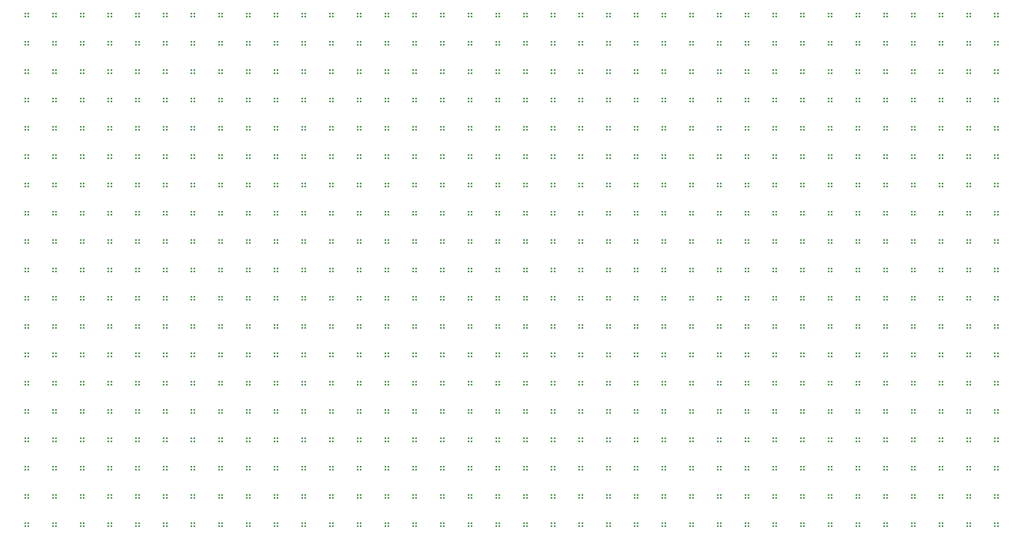
<source format=gbr>
G04 EAGLE Gerber RS-274X export*
G75*
%MOMM*%
%FSLAX34Y34*%
%LPD*%
%INSolderpaste Bottom*%
%IPPOS*%
%AMOC8*
5,1,8,0,0,1.08239X$1,22.5*%
G01*
%ADD10R,0.550000X0.550000*%


D10*
X3200250Y134750D03*
X3200250Y125250D03*
X3209750Y125250D03*
X3209750Y134750D03*
X3112250Y134750D03*
X3112250Y125250D03*
X3121750Y125250D03*
X3121750Y134750D03*
X3024250Y134750D03*
X3024250Y125250D03*
X3033750Y125250D03*
X3033750Y134750D03*
X2936250Y134750D03*
X2936250Y125250D03*
X2945750Y125250D03*
X2945750Y134750D03*
X2848250Y134750D03*
X2848250Y125250D03*
X2857750Y125250D03*
X2857750Y134750D03*
X2760250Y134750D03*
X2760250Y125250D03*
X2769750Y125250D03*
X2769750Y134750D03*
X2672250Y134750D03*
X2672250Y125250D03*
X2681750Y125250D03*
X2681750Y134750D03*
X2584250Y134750D03*
X2584250Y125250D03*
X2593750Y125250D03*
X2593750Y134750D03*
X2496250Y134750D03*
X2496250Y125250D03*
X2505750Y125250D03*
X2505750Y134750D03*
X2408250Y134750D03*
X2408250Y125250D03*
X2417750Y125250D03*
X2417750Y134750D03*
X2320250Y134750D03*
X2320250Y125250D03*
X2329750Y125250D03*
X2329750Y134750D03*
X2232250Y134750D03*
X2232250Y125250D03*
X2241750Y125250D03*
X2241750Y134750D03*
X2144250Y134750D03*
X2144250Y125250D03*
X2153750Y125250D03*
X2153750Y134750D03*
X2056250Y134750D03*
X2056250Y125250D03*
X2065750Y125250D03*
X2065750Y134750D03*
X1968250Y134750D03*
X1968250Y125250D03*
X1977750Y125250D03*
X1977750Y134750D03*
X1880250Y134750D03*
X1880250Y125250D03*
X1889750Y125250D03*
X1889750Y134750D03*
X1792250Y134750D03*
X1792250Y125250D03*
X1801750Y125250D03*
X1801750Y134750D03*
X1704250Y134750D03*
X1704250Y125250D03*
X1713750Y125250D03*
X1713750Y134750D03*
X1616250Y134750D03*
X1616250Y125250D03*
X1625750Y125250D03*
X1625750Y134750D03*
X1528250Y134750D03*
X1528250Y125250D03*
X1537750Y125250D03*
X1537750Y134750D03*
X1440250Y134750D03*
X1440250Y125250D03*
X1449750Y125250D03*
X1449750Y134750D03*
X1352250Y134750D03*
X1352250Y125250D03*
X1361750Y125250D03*
X1361750Y134750D03*
X1264250Y134750D03*
X1264250Y125250D03*
X1273750Y125250D03*
X1273750Y134750D03*
X1176250Y134750D03*
X1176250Y125250D03*
X1185750Y125250D03*
X1185750Y134750D03*
X1088250Y134750D03*
X1088250Y125250D03*
X1097750Y125250D03*
X1097750Y134750D03*
X1000250Y134750D03*
X1000250Y125250D03*
X1009750Y125250D03*
X1009750Y134750D03*
X912250Y134750D03*
X912250Y125250D03*
X921750Y125250D03*
X921750Y134750D03*
X824250Y134750D03*
X824250Y125250D03*
X833750Y125250D03*
X833750Y134750D03*
X736250Y134750D03*
X736250Y125250D03*
X745750Y125250D03*
X745750Y134750D03*
X648250Y134750D03*
X648250Y125250D03*
X657750Y125250D03*
X657750Y134750D03*
X560250Y134750D03*
X560250Y125250D03*
X569750Y125250D03*
X569750Y134750D03*
X472250Y134750D03*
X472250Y125250D03*
X481750Y125250D03*
X481750Y134750D03*
X384250Y134750D03*
X384250Y125250D03*
X393750Y125250D03*
X393750Y134750D03*
X296250Y134750D03*
X296250Y125250D03*
X305750Y125250D03*
X305750Y134750D03*
X208250Y134750D03*
X208250Y125250D03*
X217750Y125250D03*
X217750Y134750D03*
X120250Y134750D03*
X120250Y125250D03*
X129750Y125250D03*
X129750Y134750D03*
X3200250Y224750D03*
X3200250Y215250D03*
X3209750Y215250D03*
X3209750Y224750D03*
X3112250Y224750D03*
X3112250Y215250D03*
X3121750Y215250D03*
X3121750Y224750D03*
X3024250Y224750D03*
X3024250Y215250D03*
X3033750Y215250D03*
X3033750Y224750D03*
X2936250Y224750D03*
X2936250Y215250D03*
X2945750Y215250D03*
X2945750Y224750D03*
X2848250Y224750D03*
X2848250Y215250D03*
X2857750Y215250D03*
X2857750Y224750D03*
X2760250Y224750D03*
X2760250Y215250D03*
X2769750Y215250D03*
X2769750Y224750D03*
X2672250Y224750D03*
X2672250Y215250D03*
X2681750Y215250D03*
X2681750Y224750D03*
X2584250Y224750D03*
X2584250Y215250D03*
X2593750Y215250D03*
X2593750Y224750D03*
X2496250Y224750D03*
X2496250Y215250D03*
X2505750Y215250D03*
X2505750Y224750D03*
X2408250Y224750D03*
X2408250Y215250D03*
X2417750Y215250D03*
X2417750Y224750D03*
X2320250Y224750D03*
X2320250Y215250D03*
X2329750Y215250D03*
X2329750Y224750D03*
X2232250Y224750D03*
X2232250Y215250D03*
X2241750Y215250D03*
X2241750Y224750D03*
X2144250Y224750D03*
X2144250Y215250D03*
X2153750Y215250D03*
X2153750Y224750D03*
X2056250Y224750D03*
X2056250Y215250D03*
X2065750Y215250D03*
X2065750Y224750D03*
X1968250Y224750D03*
X1968250Y215250D03*
X1977750Y215250D03*
X1977750Y224750D03*
X1880250Y224750D03*
X1880250Y215250D03*
X1889750Y215250D03*
X1889750Y224750D03*
X1792250Y224750D03*
X1792250Y215250D03*
X1801750Y215250D03*
X1801750Y224750D03*
X1704250Y224750D03*
X1704250Y215250D03*
X1713750Y215250D03*
X1713750Y224750D03*
X1616250Y224750D03*
X1616250Y215250D03*
X1625750Y215250D03*
X1625750Y224750D03*
X1528250Y224750D03*
X1528250Y215250D03*
X1537750Y215250D03*
X1537750Y224750D03*
X1440250Y224750D03*
X1440250Y215250D03*
X1449750Y215250D03*
X1449750Y224750D03*
X1352250Y224750D03*
X1352250Y215250D03*
X1361750Y215250D03*
X1361750Y224750D03*
X1264250Y224750D03*
X1264250Y215250D03*
X1273750Y215250D03*
X1273750Y224750D03*
X1176250Y224750D03*
X1176250Y215250D03*
X1185750Y215250D03*
X1185750Y224750D03*
X1088250Y224750D03*
X1088250Y215250D03*
X1097750Y215250D03*
X1097750Y224750D03*
X1000250Y224750D03*
X1000250Y215250D03*
X1009750Y215250D03*
X1009750Y224750D03*
X912250Y224750D03*
X912250Y215250D03*
X921750Y215250D03*
X921750Y224750D03*
X824250Y224750D03*
X824250Y215250D03*
X833750Y215250D03*
X833750Y224750D03*
X736250Y224750D03*
X736250Y215250D03*
X745750Y215250D03*
X745750Y224750D03*
X648250Y224750D03*
X648250Y215250D03*
X657750Y215250D03*
X657750Y224750D03*
X560250Y224750D03*
X560250Y215250D03*
X569750Y215250D03*
X569750Y224750D03*
X472250Y224750D03*
X472250Y215250D03*
X481750Y215250D03*
X481750Y224750D03*
X384250Y224750D03*
X384250Y215250D03*
X393750Y215250D03*
X393750Y224750D03*
X296250Y224750D03*
X296250Y215250D03*
X305750Y215250D03*
X305750Y224750D03*
X208250Y224750D03*
X208250Y215250D03*
X217750Y215250D03*
X217750Y224750D03*
X120250Y224750D03*
X120250Y215250D03*
X129750Y215250D03*
X129750Y224750D03*
X3200250Y314750D03*
X3200250Y305250D03*
X3209750Y305250D03*
X3209750Y314750D03*
X3112250Y314750D03*
X3112250Y305250D03*
X3121750Y305250D03*
X3121750Y314750D03*
X3024250Y314750D03*
X3024250Y305250D03*
X3033750Y305250D03*
X3033750Y314750D03*
X2936250Y314750D03*
X2936250Y305250D03*
X2945750Y305250D03*
X2945750Y314750D03*
X2848250Y314750D03*
X2848250Y305250D03*
X2857750Y305250D03*
X2857750Y314750D03*
X2760250Y314750D03*
X2760250Y305250D03*
X2769750Y305250D03*
X2769750Y314750D03*
X2672250Y314750D03*
X2672250Y305250D03*
X2681750Y305250D03*
X2681750Y314750D03*
X2584250Y314750D03*
X2584250Y305250D03*
X2593750Y305250D03*
X2593750Y314750D03*
X2496250Y314750D03*
X2496250Y305250D03*
X2505750Y305250D03*
X2505750Y314750D03*
X2408250Y314750D03*
X2408250Y305250D03*
X2417750Y305250D03*
X2417750Y314750D03*
X2320250Y314750D03*
X2320250Y305250D03*
X2329750Y305250D03*
X2329750Y314750D03*
X2232250Y314750D03*
X2232250Y305250D03*
X2241750Y305250D03*
X2241750Y314750D03*
X2144250Y314750D03*
X2144250Y305250D03*
X2153750Y305250D03*
X2153750Y314750D03*
X2056250Y314750D03*
X2056250Y305250D03*
X2065750Y305250D03*
X2065750Y314750D03*
X1968250Y314750D03*
X1968250Y305250D03*
X1977750Y305250D03*
X1977750Y314750D03*
X1880250Y314750D03*
X1880250Y305250D03*
X1889750Y305250D03*
X1889750Y314750D03*
X1792250Y314750D03*
X1792250Y305250D03*
X1801750Y305250D03*
X1801750Y314750D03*
X1704250Y314750D03*
X1704250Y305250D03*
X1713750Y305250D03*
X1713750Y314750D03*
X1616250Y314750D03*
X1616250Y305250D03*
X1625750Y305250D03*
X1625750Y314750D03*
X1528250Y314750D03*
X1528250Y305250D03*
X1537750Y305250D03*
X1537750Y314750D03*
X1440250Y314750D03*
X1440250Y305250D03*
X1449750Y305250D03*
X1449750Y314750D03*
X1352250Y314750D03*
X1352250Y305250D03*
X1361750Y305250D03*
X1361750Y314750D03*
X1264250Y314750D03*
X1264250Y305250D03*
X1273750Y305250D03*
X1273750Y314750D03*
X1176250Y314750D03*
X1176250Y305250D03*
X1185750Y305250D03*
X1185750Y314750D03*
X1088250Y314750D03*
X1088250Y305250D03*
X1097750Y305250D03*
X1097750Y314750D03*
X1000250Y314750D03*
X1000250Y305250D03*
X1009750Y305250D03*
X1009750Y314750D03*
X912250Y314750D03*
X912250Y305250D03*
X921750Y305250D03*
X921750Y314750D03*
X824250Y314750D03*
X824250Y305250D03*
X833750Y305250D03*
X833750Y314750D03*
X736250Y314750D03*
X736250Y305250D03*
X745750Y305250D03*
X745750Y314750D03*
X648250Y314750D03*
X648250Y305250D03*
X657750Y305250D03*
X657750Y314750D03*
X560250Y314750D03*
X560250Y305250D03*
X569750Y305250D03*
X569750Y314750D03*
X472250Y314750D03*
X472250Y305250D03*
X481750Y305250D03*
X481750Y314750D03*
X384250Y314750D03*
X384250Y305250D03*
X393750Y305250D03*
X393750Y314750D03*
X296250Y314750D03*
X296250Y305250D03*
X305750Y305250D03*
X305750Y314750D03*
X208250Y314750D03*
X208250Y305250D03*
X217750Y305250D03*
X217750Y314750D03*
X120250Y314750D03*
X120250Y305250D03*
X129750Y305250D03*
X129750Y314750D03*
X3200250Y404750D03*
X3200250Y395250D03*
X3209750Y395250D03*
X3209750Y404750D03*
X3112250Y404750D03*
X3112250Y395250D03*
X3121750Y395250D03*
X3121750Y404750D03*
X3024250Y404750D03*
X3024250Y395250D03*
X3033750Y395250D03*
X3033750Y404750D03*
X2936250Y404750D03*
X2936250Y395250D03*
X2945750Y395250D03*
X2945750Y404750D03*
X2848250Y404750D03*
X2848250Y395250D03*
X2857750Y395250D03*
X2857750Y404750D03*
X2760250Y404750D03*
X2760250Y395250D03*
X2769750Y395250D03*
X2769750Y404750D03*
X2672250Y404750D03*
X2672250Y395250D03*
X2681750Y395250D03*
X2681750Y404750D03*
X2584250Y404750D03*
X2584250Y395250D03*
X2593750Y395250D03*
X2593750Y404750D03*
X2496250Y404750D03*
X2496250Y395250D03*
X2505750Y395250D03*
X2505750Y404750D03*
X2408250Y404750D03*
X2408250Y395250D03*
X2417750Y395250D03*
X2417750Y404750D03*
X2320250Y404750D03*
X2320250Y395250D03*
X2329750Y395250D03*
X2329750Y404750D03*
X2232250Y404750D03*
X2232250Y395250D03*
X2241750Y395250D03*
X2241750Y404750D03*
X2144250Y404750D03*
X2144250Y395250D03*
X2153750Y395250D03*
X2153750Y404750D03*
X2056250Y404750D03*
X2056250Y395250D03*
X2065750Y395250D03*
X2065750Y404750D03*
X1968250Y404750D03*
X1968250Y395250D03*
X1977750Y395250D03*
X1977750Y404750D03*
X1880250Y404750D03*
X1880250Y395250D03*
X1889750Y395250D03*
X1889750Y404750D03*
X1792250Y404750D03*
X1792250Y395250D03*
X1801750Y395250D03*
X1801750Y404750D03*
X1704250Y404750D03*
X1704250Y395250D03*
X1713750Y395250D03*
X1713750Y404750D03*
X1616250Y404750D03*
X1616250Y395250D03*
X1625750Y395250D03*
X1625750Y404750D03*
X1528250Y404750D03*
X1528250Y395250D03*
X1537750Y395250D03*
X1537750Y404750D03*
X1440250Y404750D03*
X1440250Y395250D03*
X1449750Y395250D03*
X1449750Y404750D03*
X1352250Y404750D03*
X1352250Y395250D03*
X1361750Y395250D03*
X1361750Y404750D03*
X1264250Y404750D03*
X1264250Y395250D03*
X1273750Y395250D03*
X1273750Y404750D03*
X1176250Y404750D03*
X1176250Y395250D03*
X1185750Y395250D03*
X1185750Y404750D03*
X1088250Y404750D03*
X1088250Y395250D03*
X1097750Y395250D03*
X1097750Y404750D03*
X1000250Y404750D03*
X1000250Y395250D03*
X1009750Y395250D03*
X1009750Y404750D03*
X912250Y404750D03*
X912250Y395250D03*
X921750Y395250D03*
X921750Y404750D03*
X824250Y404750D03*
X824250Y395250D03*
X833750Y395250D03*
X833750Y404750D03*
X736250Y404750D03*
X736250Y395250D03*
X745750Y395250D03*
X745750Y404750D03*
X648250Y404750D03*
X648250Y395250D03*
X657750Y395250D03*
X657750Y404750D03*
X560250Y404750D03*
X560250Y395250D03*
X569750Y395250D03*
X569750Y404750D03*
X472250Y404750D03*
X472250Y395250D03*
X481750Y395250D03*
X481750Y404750D03*
X384250Y404750D03*
X384250Y395250D03*
X393750Y395250D03*
X393750Y404750D03*
X296250Y404750D03*
X296250Y395250D03*
X305750Y395250D03*
X305750Y404750D03*
X208250Y404750D03*
X208250Y395250D03*
X217750Y395250D03*
X217750Y404750D03*
X120250Y404750D03*
X120250Y395250D03*
X129750Y395250D03*
X129750Y404750D03*
X3200250Y494750D03*
X3200250Y485250D03*
X3209750Y485250D03*
X3209750Y494750D03*
X3112250Y494750D03*
X3112250Y485250D03*
X3121750Y485250D03*
X3121750Y494750D03*
X3024250Y494750D03*
X3024250Y485250D03*
X3033750Y485250D03*
X3033750Y494750D03*
X2936250Y494750D03*
X2936250Y485250D03*
X2945750Y485250D03*
X2945750Y494750D03*
X2848250Y494750D03*
X2848250Y485250D03*
X2857750Y485250D03*
X2857750Y494750D03*
X2760250Y494750D03*
X2760250Y485250D03*
X2769750Y485250D03*
X2769750Y494750D03*
X2672250Y494750D03*
X2672250Y485250D03*
X2681750Y485250D03*
X2681750Y494750D03*
X2584250Y494750D03*
X2584250Y485250D03*
X2593750Y485250D03*
X2593750Y494750D03*
X2496250Y494750D03*
X2496250Y485250D03*
X2505750Y485250D03*
X2505750Y494750D03*
X2408250Y494750D03*
X2408250Y485250D03*
X2417750Y485250D03*
X2417750Y494750D03*
X2320250Y494750D03*
X2320250Y485250D03*
X2329750Y485250D03*
X2329750Y494750D03*
X2232250Y494750D03*
X2232250Y485250D03*
X2241750Y485250D03*
X2241750Y494750D03*
X2144250Y494750D03*
X2144250Y485250D03*
X2153750Y485250D03*
X2153750Y494750D03*
X2056250Y494750D03*
X2056250Y485250D03*
X2065750Y485250D03*
X2065750Y494750D03*
X1968250Y494750D03*
X1968250Y485250D03*
X1977750Y485250D03*
X1977750Y494750D03*
X1880250Y494750D03*
X1880250Y485250D03*
X1889750Y485250D03*
X1889750Y494750D03*
X1792250Y494750D03*
X1792250Y485250D03*
X1801750Y485250D03*
X1801750Y494750D03*
X1704250Y494750D03*
X1704250Y485250D03*
X1713750Y485250D03*
X1713750Y494750D03*
X1616250Y494750D03*
X1616250Y485250D03*
X1625750Y485250D03*
X1625750Y494750D03*
X1528250Y494750D03*
X1528250Y485250D03*
X1537750Y485250D03*
X1537750Y494750D03*
X1440250Y494750D03*
X1440250Y485250D03*
X1449750Y485250D03*
X1449750Y494750D03*
X1352250Y494750D03*
X1352250Y485250D03*
X1361750Y485250D03*
X1361750Y494750D03*
X1264250Y494750D03*
X1264250Y485250D03*
X1273750Y485250D03*
X1273750Y494750D03*
X1176250Y494750D03*
X1176250Y485250D03*
X1185750Y485250D03*
X1185750Y494750D03*
X1088250Y494750D03*
X1088250Y485250D03*
X1097750Y485250D03*
X1097750Y494750D03*
X1000250Y494750D03*
X1000250Y485250D03*
X1009750Y485250D03*
X1009750Y494750D03*
X912250Y494750D03*
X912250Y485250D03*
X921750Y485250D03*
X921750Y494750D03*
X824250Y494750D03*
X824250Y485250D03*
X833750Y485250D03*
X833750Y494750D03*
X736250Y494750D03*
X736250Y485250D03*
X745750Y485250D03*
X745750Y494750D03*
X648250Y494750D03*
X648250Y485250D03*
X657750Y485250D03*
X657750Y494750D03*
X560250Y494750D03*
X560250Y485250D03*
X569750Y485250D03*
X569750Y494750D03*
X472250Y494750D03*
X472250Y485250D03*
X481750Y485250D03*
X481750Y494750D03*
X384250Y494750D03*
X384250Y485250D03*
X393750Y485250D03*
X393750Y494750D03*
X296250Y494750D03*
X296250Y485250D03*
X305750Y485250D03*
X305750Y494750D03*
X208250Y494750D03*
X208250Y485250D03*
X217750Y485250D03*
X217750Y494750D03*
X120250Y494750D03*
X120250Y485250D03*
X129750Y485250D03*
X129750Y494750D03*
X3200250Y584750D03*
X3200250Y575250D03*
X3209750Y575250D03*
X3209750Y584750D03*
X3112250Y584750D03*
X3112250Y575250D03*
X3121750Y575250D03*
X3121750Y584750D03*
X3024250Y584750D03*
X3024250Y575250D03*
X3033750Y575250D03*
X3033750Y584750D03*
X2936250Y584750D03*
X2936250Y575250D03*
X2945750Y575250D03*
X2945750Y584750D03*
X2848250Y584750D03*
X2848250Y575250D03*
X2857750Y575250D03*
X2857750Y584750D03*
X2760250Y584750D03*
X2760250Y575250D03*
X2769750Y575250D03*
X2769750Y584750D03*
X2672250Y584750D03*
X2672250Y575250D03*
X2681750Y575250D03*
X2681750Y584750D03*
X2584250Y584750D03*
X2584250Y575250D03*
X2593750Y575250D03*
X2593750Y584750D03*
X2496250Y584750D03*
X2496250Y575250D03*
X2505750Y575250D03*
X2505750Y584750D03*
X2408250Y584750D03*
X2408250Y575250D03*
X2417750Y575250D03*
X2417750Y584750D03*
X2320250Y584750D03*
X2320250Y575250D03*
X2329750Y575250D03*
X2329750Y584750D03*
X2232250Y584750D03*
X2232250Y575250D03*
X2241750Y575250D03*
X2241750Y584750D03*
X2144250Y584750D03*
X2144250Y575250D03*
X2153750Y575250D03*
X2153750Y584750D03*
X2056250Y584750D03*
X2056250Y575250D03*
X2065750Y575250D03*
X2065750Y584750D03*
X1968250Y584750D03*
X1968250Y575250D03*
X1977750Y575250D03*
X1977750Y584750D03*
X1880250Y584750D03*
X1880250Y575250D03*
X1889750Y575250D03*
X1889750Y584750D03*
X1792250Y584750D03*
X1792250Y575250D03*
X1801750Y575250D03*
X1801750Y584750D03*
X1704250Y584750D03*
X1704250Y575250D03*
X1713750Y575250D03*
X1713750Y584750D03*
X1616250Y584750D03*
X1616250Y575250D03*
X1625750Y575250D03*
X1625750Y584750D03*
X1528250Y584750D03*
X1528250Y575250D03*
X1537750Y575250D03*
X1537750Y584750D03*
X1440250Y584750D03*
X1440250Y575250D03*
X1449750Y575250D03*
X1449750Y584750D03*
X1352250Y584750D03*
X1352250Y575250D03*
X1361750Y575250D03*
X1361750Y584750D03*
X1264250Y584750D03*
X1264250Y575250D03*
X1273750Y575250D03*
X1273750Y584750D03*
X1176250Y584750D03*
X1176250Y575250D03*
X1185750Y575250D03*
X1185750Y584750D03*
X1088250Y584750D03*
X1088250Y575250D03*
X1097750Y575250D03*
X1097750Y584750D03*
X1000250Y584750D03*
X1000250Y575250D03*
X1009750Y575250D03*
X1009750Y584750D03*
X912250Y584750D03*
X912250Y575250D03*
X921750Y575250D03*
X921750Y584750D03*
X824250Y584750D03*
X824250Y575250D03*
X833750Y575250D03*
X833750Y584750D03*
X736250Y584750D03*
X736250Y575250D03*
X745750Y575250D03*
X745750Y584750D03*
X648250Y584750D03*
X648250Y575250D03*
X657750Y575250D03*
X657750Y584750D03*
X560250Y584750D03*
X560250Y575250D03*
X569750Y575250D03*
X569750Y584750D03*
X472250Y584750D03*
X472250Y575250D03*
X481750Y575250D03*
X481750Y584750D03*
X384250Y584750D03*
X384250Y575250D03*
X393750Y575250D03*
X393750Y584750D03*
X296250Y584750D03*
X296250Y575250D03*
X305750Y575250D03*
X305750Y584750D03*
X208250Y584750D03*
X208250Y575250D03*
X217750Y575250D03*
X217750Y584750D03*
X120250Y584750D03*
X120250Y575250D03*
X129750Y575250D03*
X129750Y584750D03*
X3200250Y674750D03*
X3200250Y665250D03*
X3209750Y665250D03*
X3209750Y674750D03*
X3112250Y674750D03*
X3112250Y665250D03*
X3121750Y665250D03*
X3121750Y674750D03*
X3024250Y674750D03*
X3024250Y665250D03*
X3033750Y665250D03*
X3033750Y674750D03*
X2936250Y674750D03*
X2936250Y665250D03*
X2945750Y665250D03*
X2945750Y674750D03*
X2848250Y674750D03*
X2848250Y665250D03*
X2857750Y665250D03*
X2857750Y674750D03*
X2760250Y674750D03*
X2760250Y665250D03*
X2769750Y665250D03*
X2769750Y674750D03*
X2672250Y674750D03*
X2672250Y665250D03*
X2681750Y665250D03*
X2681750Y674750D03*
X2584250Y674750D03*
X2584250Y665250D03*
X2593750Y665250D03*
X2593750Y674750D03*
X2496250Y674750D03*
X2496250Y665250D03*
X2505750Y665250D03*
X2505750Y674750D03*
X2408250Y674750D03*
X2408250Y665250D03*
X2417750Y665250D03*
X2417750Y674750D03*
X2320250Y674750D03*
X2320250Y665250D03*
X2329750Y665250D03*
X2329750Y674750D03*
X2232250Y674750D03*
X2232250Y665250D03*
X2241750Y665250D03*
X2241750Y674750D03*
X2144250Y674750D03*
X2144250Y665250D03*
X2153750Y665250D03*
X2153750Y674750D03*
X2056250Y674750D03*
X2056250Y665250D03*
X2065750Y665250D03*
X2065750Y674750D03*
X1968250Y674750D03*
X1968250Y665250D03*
X1977750Y665250D03*
X1977750Y674750D03*
X1880250Y674750D03*
X1880250Y665250D03*
X1889750Y665250D03*
X1889750Y674750D03*
X1792250Y674750D03*
X1792250Y665250D03*
X1801750Y665250D03*
X1801750Y674750D03*
X1704250Y674750D03*
X1704250Y665250D03*
X1713750Y665250D03*
X1713750Y674750D03*
X1616250Y674750D03*
X1616250Y665250D03*
X1625750Y665250D03*
X1625750Y674750D03*
X1528250Y674750D03*
X1528250Y665250D03*
X1537750Y665250D03*
X1537750Y674750D03*
X1440250Y674750D03*
X1440250Y665250D03*
X1449750Y665250D03*
X1449750Y674750D03*
X1352250Y674750D03*
X1352250Y665250D03*
X1361750Y665250D03*
X1361750Y674750D03*
X1264250Y674750D03*
X1264250Y665250D03*
X1273750Y665250D03*
X1273750Y674750D03*
X1176250Y674750D03*
X1176250Y665250D03*
X1185750Y665250D03*
X1185750Y674750D03*
X1088250Y674750D03*
X1088250Y665250D03*
X1097750Y665250D03*
X1097750Y674750D03*
X1000250Y674750D03*
X1000250Y665250D03*
X1009750Y665250D03*
X1009750Y674750D03*
X912250Y674750D03*
X912250Y665250D03*
X921750Y665250D03*
X921750Y674750D03*
X824250Y674750D03*
X824250Y665250D03*
X833750Y665250D03*
X833750Y674750D03*
X736250Y674750D03*
X736250Y665250D03*
X745750Y665250D03*
X745750Y674750D03*
X648250Y674750D03*
X648250Y665250D03*
X657750Y665250D03*
X657750Y674750D03*
X560250Y674750D03*
X560250Y665250D03*
X569750Y665250D03*
X569750Y674750D03*
X472250Y674750D03*
X472250Y665250D03*
X481750Y665250D03*
X481750Y674750D03*
X384250Y674750D03*
X384250Y665250D03*
X393750Y665250D03*
X393750Y674750D03*
X296250Y674750D03*
X296250Y665250D03*
X305750Y665250D03*
X305750Y674750D03*
X208250Y674750D03*
X208250Y665250D03*
X217750Y665250D03*
X217750Y674750D03*
X120250Y674750D03*
X120250Y665250D03*
X129750Y665250D03*
X129750Y674750D03*
X3200250Y764750D03*
X3200250Y755250D03*
X3209750Y755250D03*
X3209750Y764750D03*
X3112250Y764750D03*
X3112250Y755250D03*
X3121750Y755250D03*
X3121750Y764750D03*
X3024250Y764750D03*
X3024250Y755250D03*
X3033750Y755250D03*
X3033750Y764750D03*
X2936250Y764750D03*
X2936250Y755250D03*
X2945750Y755250D03*
X2945750Y764750D03*
X2848250Y764750D03*
X2848250Y755250D03*
X2857750Y755250D03*
X2857750Y764750D03*
X2760250Y764750D03*
X2760250Y755250D03*
X2769750Y755250D03*
X2769750Y764750D03*
X2672250Y764750D03*
X2672250Y755250D03*
X2681750Y755250D03*
X2681750Y764750D03*
X2584250Y764750D03*
X2584250Y755250D03*
X2593750Y755250D03*
X2593750Y764750D03*
X2496250Y764750D03*
X2496250Y755250D03*
X2505750Y755250D03*
X2505750Y764750D03*
X2408250Y764750D03*
X2408250Y755250D03*
X2417750Y755250D03*
X2417750Y764750D03*
X2320250Y764750D03*
X2320250Y755250D03*
X2329750Y755250D03*
X2329750Y764750D03*
X2232250Y764750D03*
X2232250Y755250D03*
X2241750Y755250D03*
X2241750Y764750D03*
X2144250Y764750D03*
X2144250Y755250D03*
X2153750Y755250D03*
X2153750Y764750D03*
X2056250Y764750D03*
X2056250Y755250D03*
X2065750Y755250D03*
X2065750Y764750D03*
X1968250Y764750D03*
X1968250Y755250D03*
X1977750Y755250D03*
X1977750Y764750D03*
X1880250Y764750D03*
X1880250Y755250D03*
X1889750Y755250D03*
X1889750Y764750D03*
X1792250Y764750D03*
X1792250Y755250D03*
X1801750Y755250D03*
X1801750Y764750D03*
X1704250Y764750D03*
X1704250Y755250D03*
X1713750Y755250D03*
X1713750Y764750D03*
X1616250Y764750D03*
X1616250Y755250D03*
X1625750Y755250D03*
X1625750Y764750D03*
X1528250Y764750D03*
X1528250Y755250D03*
X1537750Y755250D03*
X1537750Y764750D03*
X1440250Y764750D03*
X1440250Y755250D03*
X1449750Y755250D03*
X1449750Y764750D03*
X1352250Y764750D03*
X1352250Y755250D03*
X1361750Y755250D03*
X1361750Y764750D03*
X1264250Y764750D03*
X1264250Y755250D03*
X1273750Y755250D03*
X1273750Y764750D03*
X1176250Y764750D03*
X1176250Y755250D03*
X1185750Y755250D03*
X1185750Y764750D03*
X1088250Y764750D03*
X1088250Y755250D03*
X1097750Y755250D03*
X1097750Y764750D03*
X1000250Y764750D03*
X1000250Y755250D03*
X1009750Y755250D03*
X1009750Y764750D03*
X912250Y764750D03*
X912250Y755250D03*
X921750Y755250D03*
X921750Y764750D03*
X824250Y764750D03*
X824250Y755250D03*
X833750Y755250D03*
X833750Y764750D03*
X736250Y764750D03*
X736250Y755250D03*
X745750Y755250D03*
X745750Y764750D03*
X648250Y764750D03*
X648250Y755250D03*
X657750Y755250D03*
X657750Y764750D03*
X560250Y764750D03*
X560250Y755250D03*
X569750Y755250D03*
X569750Y764750D03*
X472250Y764750D03*
X472250Y755250D03*
X481750Y755250D03*
X481750Y764750D03*
X384250Y764750D03*
X384250Y755250D03*
X393750Y755250D03*
X393750Y764750D03*
X296250Y764750D03*
X296250Y755250D03*
X305750Y755250D03*
X305750Y764750D03*
X208250Y764750D03*
X208250Y755250D03*
X217750Y755250D03*
X217750Y764750D03*
X120250Y764750D03*
X120250Y755250D03*
X129750Y755250D03*
X129750Y764750D03*
X3200250Y854750D03*
X3200250Y845250D03*
X3209750Y845250D03*
X3209750Y854750D03*
X3112250Y854750D03*
X3112250Y845250D03*
X3121750Y845250D03*
X3121750Y854750D03*
X3024250Y854750D03*
X3024250Y845250D03*
X3033750Y845250D03*
X3033750Y854750D03*
X2936250Y854750D03*
X2936250Y845250D03*
X2945750Y845250D03*
X2945750Y854750D03*
X2848250Y854750D03*
X2848250Y845250D03*
X2857750Y845250D03*
X2857750Y854750D03*
X2760250Y854750D03*
X2760250Y845250D03*
X2769750Y845250D03*
X2769750Y854750D03*
X2672250Y854750D03*
X2672250Y845250D03*
X2681750Y845250D03*
X2681750Y854750D03*
X2584250Y854750D03*
X2584250Y845250D03*
X2593750Y845250D03*
X2593750Y854750D03*
X2496250Y854750D03*
X2496250Y845250D03*
X2505750Y845250D03*
X2505750Y854750D03*
X2408250Y854750D03*
X2408250Y845250D03*
X2417750Y845250D03*
X2417750Y854750D03*
X2320250Y854750D03*
X2320250Y845250D03*
X2329750Y845250D03*
X2329750Y854750D03*
X2232250Y854750D03*
X2232250Y845250D03*
X2241750Y845250D03*
X2241750Y854750D03*
X2144250Y854750D03*
X2144250Y845250D03*
X2153750Y845250D03*
X2153750Y854750D03*
X2056250Y854750D03*
X2056250Y845250D03*
X2065750Y845250D03*
X2065750Y854750D03*
X1968250Y854750D03*
X1968250Y845250D03*
X1977750Y845250D03*
X1977750Y854750D03*
X1880250Y854750D03*
X1880250Y845250D03*
X1889750Y845250D03*
X1889750Y854750D03*
X1792250Y854750D03*
X1792250Y845250D03*
X1801750Y845250D03*
X1801750Y854750D03*
X1704250Y854750D03*
X1704250Y845250D03*
X1713750Y845250D03*
X1713750Y854750D03*
X1616250Y854750D03*
X1616250Y845250D03*
X1625750Y845250D03*
X1625750Y854750D03*
X1528250Y854750D03*
X1528250Y845250D03*
X1537750Y845250D03*
X1537750Y854750D03*
X1440250Y854750D03*
X1440250Y845250D03*
X1449750Y845250D03*
X1449750Y854750D03*
X1352250Y854750D03*
X1352250Y845250D03*
X1361750Y845250D03*
X1361750Y854750D03*
X1264250Y854750D03*
X1264250Y845250D03*
X1273750Y845250D03*
X1273750Y854750D03*
X1176250Y854750D03*
X1176250Y845250D03*
X1185750Y845250D03*
X1185750Y854750D03*
X1088250Y854750D03*
X1088250Y845250D03*
X1097750Y845250D03*
X1097750Y854750D03*
X1000250Y854750D03*
X1000250Y845250D03*
X1009750Y845250D03*
X1009750Y854750D03*
X912250Y854750D03*
X912250Y845250D03*
X921750Y845250D03*
X921750Y854750D03*
X824250Y854750D03*
X824250Y845250D03*
X833750Y845250D03*
X833750Y854750D03*
X736250Y854750D03*
X736250Y845250D03*
X745750Y845250D03*
X745750Y854750D03*
X648250Y854750D03*
X648250Y845250D03*
X657750Y845250D03*
X657750Y854750D03*
X560250Y854750D03*
X560250Y845250D03*
X569750Y845250D03*
X569750Y854750D03*
X472250Y854750D03*
X472250Y845250D03*
X481750Y845250D03*
X481750Y854750D03*
X384250Y854750D03*
X384250Y845250D03*
X393750Y845250D03*
X393750Y854750D03*
X296250Y854750D03*
X296250Y845250D03*
X305750Y845250D03*
X305750Y854750D03*
X208250Y854750D03*
X208250Y845250D03*
X217750Y845250D03*
X217750Y854750D03*
X120250Y854750D03*
X120250Y845250D03*
X129750Y845250D03*
X129750Y854750D03*
X3200250Y944750D03*
X3200250Y935250D03*
X3209750Y935250D03*
X3209750Y944750D03*
X3112250Y944750D03*
X3112250Y935250D03*
X3121750Y935250D03*
X3121750Y944750D03*
X3024250Y944750D03*
X3024250Y935250D03*
X3033750Y935250D03*
X3033750Y944750D03*
X2936250Y944750D03*
X2936250Y935250D03*
X2945750Y935250D03*
X2945750Y944750D03*
X2848250Y944750D03*
X2848250Y935250D03*
X2857750Y935250D03*
X2857750Y944750D03*
X2760250Y944750D03*
X2760250Y935250D03*
X2769750Y935250D03*
X2769750Y944750D03*
X2672250Y944750D03*
X2672250Y935250D03*
X2681750Y935250D03*
X2681750Y944750D03*
X2584250Y944750D03*
X2584250Y935250D03*
X2593750Y935250D03*
X2593750Y944750D03*
X2496250Y944750D03*
X2496250Y935250D03*
X2505750Y935250D03*
X2505750Y944750D03*
X2408250Y944750D03*
X2408250Y935250D03*
X2417750Y935250D03*
X2417750Y944750D03*
X2320250Y944750D03*
X2320250Y935250D03*
X2329750Y935250D03*
X2329750Y944750D03*
X2232250Y944750D03*
X2232250Y935250D03*
X2241750Y935250D03*
X2241750Y944750D03*
X2144250Y944750D03*
X2144250Y935250D03*
X2153750Y935250D03*
X2153750Y944750D03*
X2056250Y944750D03*
X2056250Y935250D03*
X2065750Y935250D03*
X2065750Y944750D03*
X1968250Y944750D03*
X1968250Y935250D03*
X1977750Y935250D03*
X1977750Y944750D03*
X1880250Y944750D03*
X1880250Y935250D03*
X1889750Y935250D03*
X1889750Y944750D03*
X1792250Y944750D03*
X1792250Y935250D03*
X1801750Y935250D03*
X1801750Y944750D03*
X1704250Y944750D03*
X1704250Y935250D03*
X1713750Y935250D03*
X1713750Y944750D03*
X1616250Y944750D03*
X1616250Y935250D03*
X1625750Y935250D03*
X1625750Y944750D03*
X1528250Y944750D03*
X1528250Y935250D03*
X1537750Y935250D03*
X1537750Y944750D03*
X1440250Y944750D03*
X1440250Y935250D03*
X1449750Y935250D03*
X1449750Y944750D03*
X1352250Y944750D03*
X1352250Y935250D03*
X1361750Y935250D03*
X1361750Y944750D03*
X1264250Y944750D03*
X1264250Y935250D03*
X1273750Y935250D03*
X1273750Y944750D03*
X1176250Y944750D03*
X1176250Y935250D03*
X1185750Y935250D03*
X1185750Y944750D03*
X1088250Y944750D03*
X1088250Y935250D03*
X1097750Y935250D03*
X1097750Y944750D03*
X1000250Y944750D03*
X1000250Y935250D03*
X1009750Y935250D03*
X1009750Y944750D03*
X912250Y944750D03*
X912250Y935250D03*
X921750Y935250D03*
X921750Y944750D03*
X824250Y944750D03*
X824250Y935250D03*
X833750Y935250D03*
X833750Y944750D03*
X736250Y944750D03*
X736250Y935250D03*
X745750Y935250D03*
X745750Y944750D03*
X648250Y944750D03*
X648250Y935250D03*
X657750Y935250D03*
X657750Y944750D03*
X560250Y944750D03*
X560250Y935250D03*
X569750Y935250D03*
X569750Y944750D03*
X472250Y944750D03*
X472250Y935250D03*
X481750Y935250D03*
X481750Y944750D03*
X384250Y944750D03*
X384250Y935250D03*
X393750Y935250D03*
X393750Y944750D03*
X296250Y944750D03*
X296250Y935250D03*
X305750Y935250D03*
X305750Y944750D03*
X208250Y944750D03*
X208250Y935250D03*
X217750Y935250D03*
X217750Y944750D03*
X120250Y944750D03*
X120250Y935250D03*
X129750Y935250D03*
X129750Y944750D03*
X3200250Y1034750D03*
X3200250Y1025250D03*
X3209750Y1025250D03*
X3209750Y1034750D03*
X3112250Y1034750D03*
X3112250Y1025250D03*
X3121750Y1025250D03*
X3121750Y1034750D03*
X3024250Y1034750D03*
X3024250Y1025250D03*
X3033750Y1025250D03*
X3033750Y1034750D03*
X2936250Y1034750D03*
X2936250Y1025250D03*
X2945750Y1025250D03*
X2945750Y1034750D03*
X2848250Y1034750D03*
X2848250Y1025250D03*
X2857750Y1025250D03*
X2857750Y1034750D03*
X2760250Y1034750D03*
X2760250Y1025250D03*
X2769750Y1025250D03*
X2769750Y1034750D03*
X2672250Y1034750D03*
X2672250Y1025250D03*
X2681750Y1025250D03*
X2681750Y1034750D03*
X2584250Y1034750D03*
X2584250Y1025250D03*
X2593750Y1025250D03*
X2593750Y1034750D03*
X2496250Y1034750D03*
X2496250Y1025250D03*
X2505750Y1025250D03*
X2505750Y1034750D03*
X2408250Y1034750D03*
X2408250Y1025250D03*
X2417750Y1025250D03*
X2417750Y1034750D03*
X2320250Y1034750D03*
X2320250Y1025250D03*
X2329750Y1025250D03*
X2329750Y1034750D03*
X2232250Y1034750D03*
X2232250Y1025250D03*
X2241750Y1025250D03*
X2241750Y1034750D03*
X2144250Y1034750D03*
X2144250Y1025250D03*
X2153750Y1025250D03*
X2153750Y1034750D03*
X2056250Y1034750D03*
X2056250Y1025250D03*
X2065750Y1025250D03*
X2065750Y1034750D03*
X1968250Y1034750D03*
X1968250Y1025250D03*
X1977750Y1025250D03*
X1977750Y1034750D03*
X1880250Y1034750D03*
X1880250Y1025250D03*
X1889750Y1025250D03*
X1889750Y1034750D03*
X1792250Y1034750D03*
X1792250Y1025250D03*
X1801750Y1025250D03*
X1801750Y1034750D03*
X1704250Y1034750D03*
X1704250Y1025250D03*
X1713750Y1025250D03*
X1713750Y1034750D03*
X1616250Y1034750D03*
X1616250Y1025250D03*
X1625750Y1025250D03*
X1625750Y1034750D03*
X1528250Y1034750D03*
X1528250Y1025250D03*
X1537750Y1025250D03*
X1537750Y1034750D03*
X1440250Y1034750D03*
X1440250Y1025250D03*
X1449750Y1025250D03*
X1449750Y1034750D03*
X1352250Y1034750D03*
X1352250Y1025250D03*
X1361750Y1025250D03*
X1361750Y1034750D03*
X1264250Y1034750D03*
X1264250Y1025250D03*
X1273750Y1025250D03*
X1273750Y1034750D03*
X1176250Y1034750D03*
X1176250Y1025250D03*
X1185750Y1025250D03*
X1185750Y1034750D03*
X1088250Y1034750D03*
X1088250Y1025250D03*
X1097750Y1025250D03*
X1097750Y1034750D03*
X1000250Y1034750D03*
X1000250Y1025250D03*
X1009750Y1025250D03*
X1009750Y1034750D03*
X912250Y1034750D03*
X912250Y1025250D03*
X921750Y1025250D03*
X921750Y1034750D03*
X824250Y1034750D03*
X824250Y1025250D03*
X833750Y1025250D03*
X833750Y1034750D03*
X736250Y1034750D03*
X736250Y1025250D03*
X745750Y1025250D03*
X745750Y1034750D03*
X648250Y1034750D03*
X648250Y1025250D03*
X657750Y1025250D03*
X657750Y1034750D03*
X560250Y1034750D03*
X560250Y1025250D03*
X569750Y1025250D03*
X569750Y1034750D03*
X472250Y1034750D03*
X472250Y1025250D03*
X481750Y1025250D03*
X481750Y1034750D03*
X384250Y1034750D03*
X384250Y1025250D03*
X393750Y1025250D03*
X393750Y1034750D03*
X296250Y1034750D03*
X296250Y1025250D03*
X305750Y1025250D03*
X305750Y1034750D03*
X208250Y1034750D03*
X208250Y1025250D03*
X217750Y1025250D03*
X217750Y1034750D03*
X120250Y1034750D03*
X120250Y1025250D03*
X129750Y1025250D03*
X129750Y1034750D03*
X3200250Y1124750D03*
X3200250Y1115250D03*
X3209750Y1115250D03*
X3209750Y1124750D03*
X3112250Y1124750D03*
X3112250Y1115250D03*
X3121750Y1115250D03*
X3121750Y1124750D03*
X3024250Y1124750D03*
X3024250Y1115250D03*
X3033750Y1115250D03*
X3033750Y1124750D03*
X2936250Y1124750D03*
X2936250Y1115250D03*
X2945750Y1115250D03*
X2945750Y1124750D03*
X2848250Y1124750D03*
X2848250Y1115250D03*
X2857750Y1115250D03*
X2857750Y1124750D03*
X2760250Y1124750D03*
X2760250Y1115250D03*
X2769750Y1115250D03*
X2769750Y1124750D03*
X2672250Y1124750D03*
X2672250Y1115250D03*
X2681750Y1115250D03*
X2681750Y1124750D03*
X2584250Y1124750D03*
X2584250Y1115250D03*
X2593750Y1115250D03*
X2593750Y1124750D03*
X2496250Y1124750D03*
X2496250Y1115250D03*
X2505750Y1115250D03*
X2505750Y1124750D03*
X2408250Y1124750D03*
X2408250Y1115250D03*
X2417750Y1115250D03*
X2417750Y1124750D03*
X2320250Y1124750D03*
X2320250Y1115250D03*
X2329750Y1115250D03*
X2329750Y1124750D03*
X2232250Y1124750D03*
X2232250Y1115250D03*
X2241750Y1115250D03*
X2241750Y1124750D03*
X2144250Y1124750D03*
X2144250Y1115250D03*
X2153750Y1115250D03*
X2153750Y1124750D03*
X2056250Y1124750D03*
X2056250Y1115250D03*
X2065750Y1115250D03*
X2065750Y1124750D03*
X1968250Y1124750D03*
X1968250Y1115250D03*
X1977750Y1115250D03*
X1977750Y1124750D03*
X1880250Y1124750D03*
X1880250Y1115250D03*
X1889750Y1115250D03*
X1889750Y1124750D03*
X1792250Y1124750D03*
X1792250Y1115250D03*
X1801750Y1115250D03*
X1801750Y1124750D03*
X1704250Y1124750D03*
X1704250Y1115250D03*
X1713750Y1115250D03*
X1713750Y1124750D03*
X1616250Y1124750D03*
X1616250Y1115250D03*
X1625750Y1115250D03*
X1625750Y1124750D03*
X1528250Y1124750D03*
X1528250Y1115250D03*
X1537750Y1115250D03*
X1537750Y1124750D03*
X1440250Y1124750D03*
X1440250Y1115250D03*
X1449750Y1115250D03*
X1449750Y1124750D03*
X1352250Y1124750D03*
X1352250Y1115250D03*
X1361750Y1115250D03*
X1361750Y1124750D03*
X1264250Y1124750D03*
X1264250Y1115250D03*
X1273750Y1115250D03*
X1273750Y1124750D03*
X1176250Y1124750D03*
X1176250Y1115250D03*
X1185750Y1115250D03*
X1185750Y1124750D03*
X1088250Y1124750D03*
X1088250Y1115250D03*
X1097750Y1115250D03*
X1097750Y1124750D03*
X1000250Y1124750D03*
X1000250Y1115250D03*
X1009750Y1115250D03*
X1009750Y1124750D03*
X912250Y1124750D03*
X912250Y1115250D03*
X921750Y1115250D03*
X921750Y1124750D03*
X824250Y1124750D03*
X824250Y1115250D03*
X833750Y1115250D03*
X833750Y1124750D03*
X736250Y1124750D03*
X736250Y1115250D03*
X745750Y1115250D03*
X745750Y1124750D03*
X648250Y1124750D03*
X648250Y1115250D03*
X657750Y1115250D03*
X657750Y1124750D03*
X560250Y1124750D03*
X560250Y1115250D03*
X569750Y1115250D03*
X569750Y1124750D03*
X472250Y1124750D03*
X472250Y1115250D03*
X481750Y1115250D03*
X481750Y1124750D03*
X384250Y1124750D03*
X384250Y1115250D03*
X393750Y1115250D03*
X393750Y1124750D03*
X296250Y1124750D03*
X296250Y1115250D03*
X305750Y1115250D03*
X305750Y1124750D03*
X208250Y1124750D03*
X208250Y1115250D03*
X217750Y1115250D03*
X217750Y1124750D03*
X120250Y1124750D03*
X120250Y1115250D03*
X129750Y1115250D03*
X129750Y1124750D03*
X3200250Y1214750D03*
X3200250Y1205250D03*
X3209750Y1205250D03*
X3209750Y1214750D03*
X3112250Y1214750D03*
X3112250Y1205250D03*
X3121750Y1205250D03*
X3121750Y1214750D03*
X3024250Y1214750D03*
X3024250Y1205250D03*
X3033750Y1205250D03*
X3033750Y1214750D03*
X2936250Y1214750D03*
X2936250Y1205250D03*
X2945750Y1205250D03*
X2945750Y1214750D03*
X2848250Y1214750D03*
X2848250Y1205250D03*
X2857750Y1205250D03*
X2857750Y1214750D03*
X2760250Y1214750D03*
X2760250Y1205250D03*
X2769750Y1205250D03*
X2769750Y1214750D03*
X2672250Y1214750D03*
X2672250Y1205250D03*
X2681750Y1205250D03*
X2681750Y1214750D03*
X2584250Y1214750D03*
X2584250Y1205250D03*
X2593750Y1205250D03*
X2593750Y1214750D03*
X2496250Y1214750D03*
X2496250Y1205250D03*
X2505750Y1205250D03*
X2505750Y1214750D03*
X2408250Y1214750D03*
X2408250Y1205250D03*
X2417750Y1205250D03*
X2417750Y1214750D03*
X2320250Y1214750D03*
X2320250Y1205250D03*
X2329750Y1205250D03*
X2329750Y1214750D03*
X2232250Y1214750D03*
X2232250Y1205250D03*
X2241750Y1205250D03*
X2241750Y1214750D03*
X2144250Y1214750D03*
X2144250Y1205250D03*
X2153750Y1205250D03*
X2153750Y1214750D03*
X2056250Y1214750D03*
X2056250Y1205250D03*
X2065750Y1205250D03*
X2065750Y1214750D03*
X1968250Y1214750D03*
X1968250Y1205250D03*
X1977750Y1205250D03*
X1977750Y1214750D03*
X1880250Y1214750D03*
X1880250Y1205250D03*
X1889750Y1205250D03*
X1889750Y1214750D03*
X1792250Y1214750D03*
X1792250Y1205250D03*
X1801750Y1205250D03*
X1801750Y1214750D03*
X1704250Y1214750D03*
X1704250Y1205250D03*
X1713750Y1205250D03*
X1713750Y1214750D03*
X1616250Y1214750D03*
X1616250Y1205250D03*
X1625750Y1205250D03*
X1625750Y1214750D03*
X1528250Y1214750D03*
X1528250Y1205250D03*
X1537750Y1205250D03*
X1537750Y1214750D03*
X1440250Y1214750D03*
X1440250Y1205250D03*
X1449750Y1205250D03*
X1449750Y1214750D03*
X1352250Y1214750D03*
X1352250Y1205250D03*
X1361750Y1205250D03*
X1361750Y1214750D03*
X1264250Y1214750D03*
X1264250Y1205250D03*
X1273750Y1205250D03*
X1273750Y1214750D03*
X1176250Y1214750D03*
X1176250Y1205250D03*
X1185750Y1205250D03*
X1185750Y1214750D03*
X1088250Y1214750D03*
X1088250Y1205250D03*
X1097750Y1205250D03*
X1097750Y1214750D03*
X1000250Y1214750D03*
X1000250Y1205250D03*
X1009750Y1205250D03*
X1009750Y1214750D03*
X912250Y1214750D03*
X912250Y1205250D03*
X921750Y1205250D03*
X921750Y1214750D03*
X824250Y1214750D03*
X824250Y1205250D03*
X833750Y1205250D03*
X833750Y1214750D03*
X736250Y1214750D03*
X736250Y1205250D03*
X745750Y1205250D03*
X745750Y1214750D03*
X648250Y1214750D03*
X648250Y1205250D03*
X657750Y1205250D03*
X657750Y1214750D03*
X560250Y1214750D03*
X560250Y1205250D03*
X569750Y1205250D03*
X569750Y1214750D03*
X472250Y1214750D03*
X472250Y1205250D03*
X481750Y1205250D03*
X481750Y1214750D03*
X384250Y1214750D03*
X384250Y1205250D03*
X393750Y1205250D03*
X393750Y1214750D03*
X296250Y1214750D03*
X296250Y1205250D03*
X305750Y1205250D03*
X305750Y1214750D03*
X208250Y1214750D03*
X208250Y1205250D03*
X217750Y1205250D03*
X217750Y1214750D03*
X120250Y1214750D03*
X120250Y1205250D03*
X129750Y1205250D03*
X129750Y1214750D03*
X3200250Y1304750D03*
X3200250Y1295250D03*
X3209750Y1295250D03*
X3209750Y1304750D03*
X3112250Y1304750D03*
X3112250Y1295250D03*
X3121750Y1295250D03*
X3121750Y1304750D03*
X3024250Y1304750D03*
X3024250Y1295250D03*
X3033750Y1295250D03*
X3033750Y1304750D03*
X2936250Y1304750D03*
X2936250Y1295250D03*
X2945750Y1295250D03*
X2945750Y1304750D03*
X2848250Y1304750D03*
X2848250Y1295250D03*
X2857750Y1295250D03*
X2857750Y1304750D03*
X2760250Y1304750D03*
X2760250Y1295250D03*
X2769750Y1295250D03*
X2769750Y1304750D03*
X2672250Y1304750D03*
X2672250Y1295250D03*
X2681750Y1295250D03*
X2681750Y1304750D03*
X2584250Y1304750D03*
X2584250Y1295250D03*
X2593750Y1295250D03*
X2593750Y1304750D03*
X2496250Y1304750D03*
X2496250Y1295250D03*
X2505750Y1295250D03*
X2505750Y1304750D03*
X2408250Y1304750D03*
X2408250Y1295250D03*
X2417750Y1295250D03*
X2417750Y1304750D03*
X2320250Y1304750D03*
X2320250Y1295250D03*
X2329750Y1295250D03*
X2329750Y1304750D03*
X2232250Y1304750D03*
X2232250Y1295250D03*
X2241750Y1295250D03*
X2241750Y1304750D03*
X2144250Y1304750D03*
X2144250Y1295250D03*
X2153750Y1295250D03*
X2153750Y1304750D03*
X2056250Y1304750D03*
X2056250Y1295250D03*
X2065750Y1295250D03*
X2065750Y1304750D03*
X1968250Y1304750D03*
X1968250Y1295250D03*
X1977750Y1295250D03*
X1977750Y1304750D03*
X1880250Y1304750D03*
X1880250Y1295250D03*
X1889750Y1295250D03*
X1889750Y1304750D03*
X1792250Y1304750D03*
X1792250Y1295250D03*
X1801750Y1295250D03*
X1801750Y1304750D03*
X1704250Y1304750D03*
X1704250Y1295250D03*
X1713750Y1295250D03*
X1713750Y1304750D03*
X1616250Y1304750D03*
X1616250Y1295250D03*
X1625750Y1295250D03*
X1625750Y1304750D03*
X1528250Y1304750D03*
X1528250Y1295250D03*
X1537750Y1295250D03*
X1537750Y1304750D03*
X1440250Y1304750D03*
X1440250Y1295250D03*
X1449750Y1295250D03*
X1449750Y1304750D03*
X1352250Y1304750D03*
X1352250Y1295250D03*
X1361750Y1295250D03*
X1361750Y1304750D03*
X1264250Y1304750D03*
X1264250Y1295250D03*
X1273750Y1295250D03*
X1273750Y1304750D03*
X1176250Y1304750D03*
X1176250Y1295250D03*
X1185750Y1295250D03*
X1185750Y1304750D03*
X1088250Y1304750D03*
X1088250Y1295250D03*
X1097750Y1295250D03*
X1097750Y1304750D03*
X1000250Y1304750D03*
X1000250Y1295250D03*
X1009750Y1295250D03*
X1009750Y1304750D03*
X912250Y1304750D03*
X912250Y1295250D03*
X921750Y1295250D03*
X921750Y1304750D03*
X824250Y1304750D03*
X824250Y1295250D03*
X833750Y1295250D03*
X833750Y1304750D03*
X736250Y1304750D03*
X736250Y1295250D03*
X745750Y1295250D03*
X745750Y1304750D03*
X648250Y1304750D03*
X648250Y1295250D03*
X657750Y1295250D03*
X657750Y1304750D03*
X560250Y1304750D03*
X560250Y1295250D03*
X569750Y1295250D03*
X569750Y1304750D03*
X472250Y1304750D03*
X472250Y1295250D03*
X481750Y1295250D03*
X481750Y1304750D03*
X384250Y1304750D03*
X384250Y1295250D03*
X393750Y1295250D03*
X393750Y1304750D03*
X296250Y1304750D03*
X296250Y1295250D03*
X305750Y1295250D03*
X305750Y1304750D03*
X208250Y1304750D03*
X208250Y1295250D03*
X217750Y1295250D03*
X217750Y1304750D03*
X120250Y1304750D03*
X120250Y1295250D03*
X129750Y1295250D03*
X129750Y1304750D03*
X3200250Y1394750D03*
X3200250Y1385250D03*
X3209750Y1385250D03*
X3209750Y1394750D03*
X3112250Y1394750D03*
X3112250Y1385250D03*
X3121750Y1385250D03*
X3121750Y1394750D03*
X3024250Y1394750D03*
X3024250Y1385250D03*
X3033750Y1385250D03*
X3033750Y1394750D03*
X2936250Y1394750D03*
X2936250Y1385250D03*
X2945750Y1385250D03*
X2945750Y1394750D03*
X2848250Y1394750D03*
X2848250Y1385250D03*
X2857750Y1385250D03*
X2857750Y1394750D03*
X2760250Y1394750D03*
X2760250Y1385250D03*
X2769750Y1385250D03*
X2769750Y1394750D03*
X2672250Y1394750D03*
X2672250Y1385250D03*
X2681750Y1385250D03*
X2681750Y1394750D03*
X2584250Y1394750D03*
X2584250Y1385250D03*
X2593750Y1385250D03*
X2593750Y1394750D03*
X2496250Y1394750D03*
X2496250Y1385250D03*
X2505750Y1385250D03*
X2505750Y1394750D03*
X2408250Y1394750D03*
X2408250Y1385250D03*
X2417750Y1385250D03*
X2417750Y1394750D03*
X2320250Y1394750D03*
X2320250Y1385250D03*
X2329750Y1385250D03*
X2329750Y1394750D03*
X2232250Y1394750D03*
X2232250Y1385250D03*
X2241750Y1385250D03*
X2241750Y1394750D03*
X2144250Y1394750D03*
X2144250Y1385250D03*
X2153750Y1385250D03*
X2153750Y1394750D03*
X2056250Y1394750D03*
X2056250Y1385250D03*
X2065750Y1385250D03*
X2065750Y1394750D03*
X1968250Y1394750D03*
X1968250Y1385250D03*
X1977750Y1385250D03*
X1977750Y1394750D03*
X1880250Y1394750D03*
X1880250Y1385250D03*
X1889750Y1385250D03*
X1889750Y1394750D03*
X1792250Y1394750D03*
X1792250Y1385250D03*
X1801750Y1385250D03*
X1801750Y1394750D03*
X1704250Y1394750D03*
X1704250Y1385250D03*
X1713750Y1385250D03*
X1713750Y1394750D03*
X1616250Y1394750D03*
X1616250Y1385250D03*
X1625750Y1385250D03*
X1625750Y1394750D03*
X1528250Y1394750D03*
X1528250Y1385250D03*
X1537750Y1385250D03*
X1537750Y1394750D03*
X1440250Y1394750D03*
X1440250Y1385250D03*
X1449750Y1385250D03*
X1449750Y1394750D03*
X1352250Y1394750D03*
X1352250Y1385250D03*
X1361750Y1385250D03*
X1361750Y1394750D03*
X1264250Y1394750D03*
X1264250Y1385250D03*
X1273750Y1385250D03*
X1273750Y1394750D03*
X1176250Y1394750D03*
X1176250Y1385250D03*
X1185750Y1385250D03*
X1185750Y1394750D03*
X1088250Y1394750D03*
X1088250Y1385250D03*
X1097750Y1385250D03*
X1097750Y1394750D03*
X1000250Y1394750D03*
X1000250Y1385250D03*
X1009750Y1385250D03*
X1009750Y1394750D03*
X912250Y1394750D03*
X912250Y1385250D03*
X921750Y1385250D03*
X921750Y1394750D03*
X824250Y1394750D03*
X824250Y1385250D03*
X833750Y1385250D03*
X833750Y1394750D03*
X736250Y1394750D03*
X736250Y1385250D03*
X745750Y1385250D03*
X745750Y1394750D03*
X648250Y1394750D03*
X648250Y1385250D03*
X657750Y1385250D03*
X657750Y1394750D03*
X560250Y1394750D03*
X560250Y1385250D03*
X569750Y1385250D03*
X569750Y1394750D03*
X472250Y1394750D03*
X472250Y1385250D03*
X481750Y1385250D03*
X481750Y1394750D03*
X384250Y1394750D03*
X384250Y1385250D03*
X393750Y1385250D03*
X393750Y1394750D03*
X296250Y1394750D03*
X296250Y1385250D03*
X305750Y1385250D03*
X305750Y1394750D03*
X208250Y1394750D03*
X208250Y1385250D03*
X217750Y1385250D03*
X217750Y1394750D03*
X120250Y1394750D03*
X120250Y1385250D03*
X129750Y1385250D03*
X129750Y1394750D03*
X3200250Y1484750D03*
X3200250Y1475250D03*
X3209750Y1475250D03*
X3209750Y1484750D03*
X3112250Y1484750D03*
X3112250Y1475250D03*
X3121750Y1475250D03*
X3121750Y1484750D03*
X3024250Y1484750D03*
X3024250Y1475250D03*
X3033750Y1475250D03*
X3033750Y1484750D03*
X2936250Y1484750D03*
X2936250Y1475250D03*
X2945750Y1475250D03*
X2945750Y1484750D03*
X2848250Y1484750D03*
X2848250Y1475250D03*
X2857750Y1475250D03*
X2857750Y1484750D03*
X2760250Y1484750D03*
X2760250Y1475250D03*
X2769750Y1475250D03*
X2769750Y1484750D03*
X2672250Y1484750D03*
X2672250Y1475250D03*
X2681750Y1475250D03*
X2681750Y1484750D03*
X2584250Y1484750D03*
X2584250Y1475250D03*
X2593750Y1475250D03*
X2593750Y1484750D03*
X2496250Y1484750D03*
X2496250Y1475250D03*
X2505750Y1475250D03*
X2505750Y1484750D03*
X2408250Y1484750D03*
X2408250Y1475250D03*
X2417750Y1475250D03*
X2417750Y1484750D03*
X2320250Y1484750D03*
X2320250Y1475250D03*
X2329750Y1475250D03*
X2329750Y1484750D03*
X2232250Y1484750D03*
X2232250Y1475250D03*
X2241750Y1475250D03*
X2241750Y1484750D03*
X2144250Y1484750D03*
X2144250Y1475250D03*
X2153750Y1475250D03*
X2153750Y1484750D03*
X2056250Y1484750D03*
X2056250Y1475250D03*
X2065750Y1475250D03*
X2065750Y1484750D03*
X1968250Y1484750D03*
X1968250Y1475250D03*
X1977750Y1475250D03*
X1977750Y1484750D03*
X1880250Y1484750D03*
X1880250Y1475250D03*
X1889750Y1475250D03*
X1889750Y1484750D03*
X1792250Y1484750D03*
X1792250Y1475250D03*
X1801750Y1475250D03*
X1801750Y1484750D03*
X1704250Y1484750D03*
X1704250Y1475250D03*
X1713750Y1475250D03*
X1713750Y1484750D03*
X1616250Y1484750D03*
X1616250Y1475250D03*
X1625750Y1475250D03*
X1625750Y1484750D03*
X1528250Y1484750D03*
X1528250Y1475250D03*
X1537750Y1475250D03*
X1537750Y1484750D03*
X1440250Y1484750D03*
X1440250Y1475250D03*
X1449750Y1475250D03*
X1449750Y1484750D03*
X1352250Y1484750D03*
X1352250Y1475250D03*
X1361750Y1475250D03*
X1361750Y1484750D03*
X1264250Y1484750D03*
X1264250Y1475250D03*
X1273750Y1475250D03*
X1273750Y1484750D03*
X1176250Y1484750D03*
X1176250Y1475250D03*
X1185750Y1475250D03*
X1185750Y1484750D03*
X1088250Y1484750D03*
X1088250Y1475250D03*
X1097750Y1475250D03*
X1097750Y1484750D03*
X1000250Y1484750D03*
X1000250Y1475250D03*
X1009750Y1475250D03*
X1009750Y1484750D03*
X912250Y1484750D03*
X912250Y1475250D03*
X921750Y1475250D03*
X921750Y1484750D03*
X824250Y1484750D03*
X824250Y1475250D03*
X833750Y1475250D03*
X833750Y1484750D03*
X736250Y1484750D03*
X736250Y1475250D03*
X745750Y1475250D03*
X745750Y1484750D03*
X648250Y1484750D03*
X648250Y1475250D03*
X657750Y1475250D03*
X657750Y1484750D03*
X560250Y1484750D03*
X560250Y1475250D03*
X569750Y1475250D03*
X569750Y1484750D03*
X472250Y1484750D03*
X472250Y1475250D03*
X481750Y1475250D03*
X481750Y1484750D03*
X384250Y1484750D03*
X384250Y1475250D03*
X393750Y1475250D03*
X393750Y1484750D03*
X296250Y1484750D03*
X296250Y1475250D03*
X305750Y1475250D03*
X305750Y1484750D03*
X208250Y1484750D03*
X208250Y1475250D03*
X217750Y1475250D03*
X217750Y1484750D03*
X120250Y1484750D03*
X120250Y1475250D03*
X129750Y1475250D03*
X129750Y1484750D03*
X3200250Y1574750D03*
X3200250Y1565250D03*
X3209750Y1565250D03*
X3209750Y1574750D03*
X3112250Y1574750D03*
X3112250Y1565250D03*
X3121750Y1565250D03*
X3121750Y1574750D03*
X3024250Y1574750D03*
X3024250Y1565250D03*
X3033750Y1565250D03*
X3033750Y1574750D03*
X2936250Y1574750D03*
X2936250Y1565250D03*
X2945750Y1565250D03*
X2945750Y1574750D03*
X2848250Y1574750D03*
X2848250Y1565250D03*
X2857750Y1565250D03*
X2857750Y1574750D03*
X2760250Y1574750D03*
X2760250Y1565250D03*
X2769750Y1565250D03*
X2769750Y1574750D03*
X2672250Y1574750D03*
X2672250Y1565250D03*
X2681750Y1565250D03*
X2681750Y1574750D03*
X2584250Y1574750D03*
X2584250Y1565250D03*
X2593750Y1565250D03*
X2593750Y1574750D03*
X2496250Y1574750D03*
X2496250Y1565250D03*
X2505750Y1565250D03*
X2505750Y1574750D03*
X2408250Y1574750D03*
X2408250Y1565250D03*
X2417750Y1565250D03*
X2417750Y1574750D03*
X2320250Y1574750D03*
X2320250Y1565250D03*
X2329750Y1565250D03*
X2329750Y1574750D03*
X2232250Y1574750D03*
X2232250Y1565250D03*
X2241750Y1565250D03*
X2241750Y1574750D03*
X2144250Y1574750D03*
X2144250Y1565250D03*
X2153750Y1565250D03*
X2153750Y1574750D03*
X2056250Y1574750D03*
X2056250Y1565250D03*
X2065750Y1565250D03*
X2065750Y1574750D03*
X1968250Y1574750D03*
X1968250Y1565250D03*
X1977750Y1565250D03*
X1977750Y1574750D03*
X1880250Y1574750D03*
X1880250Y1565250D03*
X1889750Y1565250D03*
X1889750Y1574750D03*
X1792250Y1574750D03*
X1792250Y1565250D03*
X1801750Y1565250D03*
X1801750Y1574750D03*
X1704250Y1574750D03*
X1704250Y1565250D03*
X1713750Y1565250D03*
X1713750Y1574750D03*
X1616250Y1574750D03*
X1616250Y1565250D03*
X1625750Y1565250D03*
X1625750Y1574750D03*
X1528250Y1574750D03*
X1528250Y1565250D03*
X1537750Y1565250D03*
X1537750Y1574750D03*
X1440250Y1574750D03*
X1440250Y1565250D03*
X1449750Y1565250D03*
X1449750Y1574750D03*
X1352250Y1574750D03*
X1352250Y1565250D03*
X1361750Y1565250D03*
X1361750Y1574750D03*
X1264250Y1574750D03*
X1264250Y1565250D03*
X1273750Y1565250D03*
X1273750Y1574750D03*
X1176250Y1574750D03*
X1176250Y1565250D03*
X1185750Y1565250D03*
X1185750Y1574750D03*
X1088250Y1574750D03*
X1088250Y1565250D03*
X1097750Y1565250D03*
X1097750Y1574750D03*
X1000250Y1574750D03*
X1000250Y1565250D03*
X1009750Y1565250D03*
X1009750Y1574750D03*
X912250Y1574750D03*
X912250Y1565250D03*
X921750Y1565250D03*
X921750Y1574750D03*
X824250Y1574750D03*
X824250Y1565250D03*
X833750Y1565250D03*
X833750Y1574750D03*
X736250Y1574750D03*
X736250Y1565250D03*
X745750Y1565250D03*
X745750Y1574750D03*
X648250Y1574750D03*
X648250Y1565250D03*
X657750Y1565250D03*
X657750Y1574750D03*
X560250Y1574750D03*
X560250Y1565250D03*
X569750Y1565250D03*
X569750Y1574750D03*
X472250Y1574750D03*
X472250Y1565250D03*
X481750Y1565250D03*
X481750Y1574750D03*
X384250Y1574750D03*
X384250Y1565250D03*
X393750Y1565250D03*
X393750Y1574750D03*
X296250Y1574750D03*
X296250Y1565250D03*
X305750Y1565250D03*
X305750Y1574750D03*
X208250Y1574750D03*
X208250Y1565250D03*
X217750Y1565250D03*
X217750Y1574750D03*
X120250Y1574750D03*
X120250Y1565250D03*
X129750Y1565250D03*
X129750Y1574750D03*
X3200250Y1664750D03*
X3200250Y1655250D03*
X3209750Y1655250D03*
X3209750Y1664750D03*
X3112250Y1664750D03*
X3112250Y1655250D03*
X3121750Y1655250D03*
X3121750Y1664750D03*
X3024250Y1664750D03*
X3024250Y1655250D03*
X3033750Y1655250D03*
X3033750Y1664750D03*
X2936250Y1664750D03*
X2936250Y1655250D03*
X2945750Y1655250D03*
X2945750Y1664750D03*
X2848250Y1664750D03*
X2848250Y1655250D03*
X2857750Y1655250D03*
X2857750Y1664750D03*
X2760250Y1664750D03*
X2760250Y1655250D03*
X2769750Y1655250D03*
X2769750Y1664750D03*
X2672250Y1664750D03*
X2672250Y1655250D03*
X2681750Y1655250D03*
X2681750Y1664750D03*
X2584250Y1664750D03*
X2584250Y1655250D03*
X2593750Y1655250D03*
X2593750Y1664750D03*
X2496250Y1664750D03*
X2496250Y1655250D03*
X2505750Y1655250D03*
X2505750Y1664750D03*
X2408250Y1664750D03*
X2408250Y1655250D03*
X2417750Y1655250D03*
X2417750Y1664750D03*
X2320250Y1664750D03*
X2320250Y1655250D03*
X2329750Y1655250D03*
X2329750Y1664750D03*
X2232250Y1664750D03*
X2232250Y1655250D03*
X2241750Y1655250D03*
X2241750Y1664750D03*
X2144250Y1664750D03*
X2144250Y1655250D03*
X2153750Y1655250D03*
X2153750Y1664750D03*
X2056250Y1664750D03*
X2056250Y1655250D03*
X2065750Y1655250D03*
X2065750Y1664750D03*
X1968250Y1664750D03*
X1968250Y1655250D03*
X1977750Y1655250D03*
X1977750Y1664750D03*
X1880250Y1664750D03*
X1880250Y1655250D03*
X1889750Y1655250D03*
X1889750Y1664750D03*
X1792250Y1664750D03*
X1792250Y1655250D03*
X1801750Y1655250D03*
X1801750Y1664750D03*
X1704250Y1664750D03*
X1704250Y1655250D03*
X1713750Y1655250D03*
X1713750Y1664750D03*
X1616250Y1664750D03*
X1616250Y1655250D03*
X1625750Y1655250D03*
X1625750Y1664750D03*
X1528250Y1664750D03*
X1528250Y1655250D03*
X1537750Y1655250D03*
X1537750Y1664750D03*
X1440250Y1664750D03*
X1440250Y1655250D03*
X1449750Y1655250D03*
X1449750Y1664750D03*
X1352250Y1664750D03*
X1352250Y1655250D03*
X1361750Y1655250D03*
X1361750Y1664750D03*
X1264250Y1664750D03*
X1264250Y1655250D03*
X1273750Y1655250D03*
X1273750Y1664750D03*
X1176250Y1664750D03*
X1176250Y1655250D03*
X1185750Y1655250D03*
X1185750Y1664750D03*
X1088250Y1664750D03*
X1088250Y1655250D03*
X1097750Y1655250D03*
X1097750Y1664750D03*
X1000250Y1664750D03*
X1000250Y1655250D03*
X1009750Y1655250D03*
X1009750Y1664750D03*
X912250Y1664750D03*
X912250Y1655250D03*
X921750Y1655250D03*
X921750Y1664750D03*
X824250Y1664750D03*
X824250Y1655250D03*
X833750Y1655250D03*
X833750Y1664750D03*
X736250Y1664750D03*
X736250Y1655250D03*
X745750Y1655250D03*
X745750Y1664750D03*
X648250Y1664750D03*
X648250Y1655250D03*
X657750Y1655250D03*
X657750Y1664750D03*
X560250Y1664750D03*
X560250Y1655250D03*
X569750Y1655250D03*
X569750Y1664750D03*
X472250Y1664750D03*
X472250Y1655250D03*
X481750Y1655250D03*
X481750Y1664750D03*
X384250Y1664750D03*
X384250Y1655250D03*
X393750Y1655250D03*
X393750Y1664750D03*
X296250Y1664750D03*
X296250Y1655250D03*
X305750Y1655250D03*
X305750Y1664750D03*
X208250Y1664750D03*
X208250Y1655250D03*
X217750Y1655250D03*
X217750Y1664750D03*
X120250Y1664750D03*
X120250Y1655250D03*
X129750Y1655250D03*
X129750Y1664750D03*
X3200250Y1754750D03*
X3200250Y1745250D03*
X3209750Y1745250D03*
X3209750Y1754750D03*
X3112250Y1754750D03*
X3112250Y1745250D03*
X3121750Y1745250D03*
X3121750Y1754750D03*
X3024250Y1754750D03*
X3024250Y1745250D03*
X3033750Y1745250D03*
X3033750Y1754750D03*
X2936250Y1754750D03*
X2936250Y1745250D03*
X2945750Y1745250D03*
X2945750Y1754750D03*
X2848250Y1754750D03*
X2848250Y1745250D03*
X2857750Y1745250D03*
X2857750Y1754750D03*
X2760250Y1754750D03*
X2760250Y1745250D03*
X2769750Y1745250D03*
X2769750Y1754750D03*
X2672250Y1754750D03*
X2672250Y1745250D03*
X2681750Y1745250D03*
X2681750Y1754750D03*
X2584250Y1754750D03*
X2584250Y1745250D03*
X2593750Y1745250D03*
X2593750Y1754750D03*
X2496250Y1754750D03*
X2496250Y1745250D03*
X2505750Y1745250D03*
X2505750Y1754750D03*
X2408250Y1754750D03*
X2408250Y1745250D03*
X2417750Y1745250D03*
X2417750Y1754750D03*
X2320250Y1754750D03*
X2320250Y1745250D03*
X2329750Y1745250D03*
X2329750Y1754750D03*
X2232250Y1754750D03*
X2232250Y1745250D03*
X2241750Y1745250D03*
X2241750Y1754750D03*
X2144250Y1754750D03*
X2144250Y1745250D03*
X2153750Y1745250D03*
X2153750Y1754750D03*
X2056250Y1754750D03*
X2056250Y1745250D03*
X2065750Y1745250D03*
X2065750Y1754750D03*
X1968250Y1754750D03*
X1968250Y1745250D03*
X1977750Y1745250D03*
X1977750Y1754750D03*
X1880250Y1754750D03*
X1880250Y1745250D03*
X1889750Y1745250D03*
X1889750Y1754750D03*
X1792250Y1754750D03*
X1792250Y1745250D03*
X1801750Y1745250D03*
X1801750Y1754750D03*
X1704250Y1754750D03*
X1704250Y1745250D03*
X1713750Y1745250D03*
X1713750Y1754750D03*
X1616250Y1754750D03*
X1616250Y1745250D03*
X1625750Y1745250D03*
X1625750Y1754750D03*
X1528250Y1754750D03*
X1528250Y1745250D03*
X1537750Y1745250D03*
X1537750Y1754750D03*
X1440250Y1754750D03*
X1440250Y1745250D03*
X1449750Y1745250D03*
X1449750Y1754750D03*
X1352250Y1754750D03*
X1352250Y1745250D03*
X1361750Y1745250D03*
X1361750Y1754750D03*
X1264250Y1754750D03*
X1264250Y1745250D03*
X1273750Y1745250D03*
X1273750Y1754750D03*
X1176250Y1754750D03*
X1176250Y1745250D03*
X1185750Y1745250D03*
X1185750Y1754750D03*
X1088250Y1754750D03*
X1088250Y1745250D03*
X1097750Y1745250D03*
X1097750Y1754750D03*
X1000250Y1754750D03*
X1000250Y1745250D03*
X1009750Y1745250D03*
X1009750Y1754750D03*
X912250Y1754750D03*
X912250Y1745250D03*
X921750Y1745250D03*
X921750Y1754750D03*
X824250Y1754750D03*
X824250Y1745250D03*
X833750Y1745250D03*
X833750Y1754750D03*
X736250Y1754750D03*
X736250Y1745250D03*
X745750Y1745250D03*
X745750Y1754750D03*
X648250Y1754750D03*
X648250Y1745250D03*
X657750Y1745250D03*
X657750Y1754750D03*
X560250Y1754750D03*
X560250Y1745250D03*
X569750Y1745250D03*
X569750Y1754750D03*
X472250Y1754750D03*
X472250Y1745250D03*
X481750Y1745250D03*
X481750Y1754750D03*
X384250Y1754750D03*
X384250Y1745250D03*
X393750Y1745250D03*
X393750Y1754750D03*
X296250Y1754750D03*
X296250Y1745250D03*
X305750Y1745250D03*
X305750Y1754750D03*
X208250Y1754750D03*
X208250Y1745250D03*
X217750Y1745250D03*
X217750Y1754750D03*
X120250Y1754750D03*
X120250Y1745250D03*
X129750Y1745250D03*
X129750Y1754750D03*
M02*

</source>
